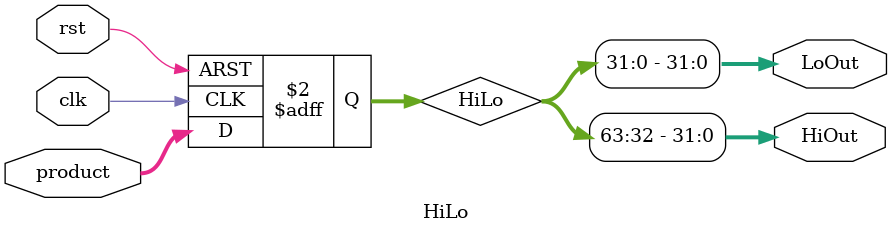
<source format=v>
`timescale 1ns/ 1ns
module HiLo( product, HiOut, LoOut, clk, rst );
input [63:0] product;
input clk, rst;
output [31:0] HiOut, LoOut;

reg [63:0] HiLo;

assign HiOut = HiLo[63:32] ;
assign LoOut = HiLo[31:0] ;


always @ ( posedge clk or posedge rst )
begin
  if ( rst ) HiLo = 64'b0;
  else HiLo = product;
end


endmodule
</source>
